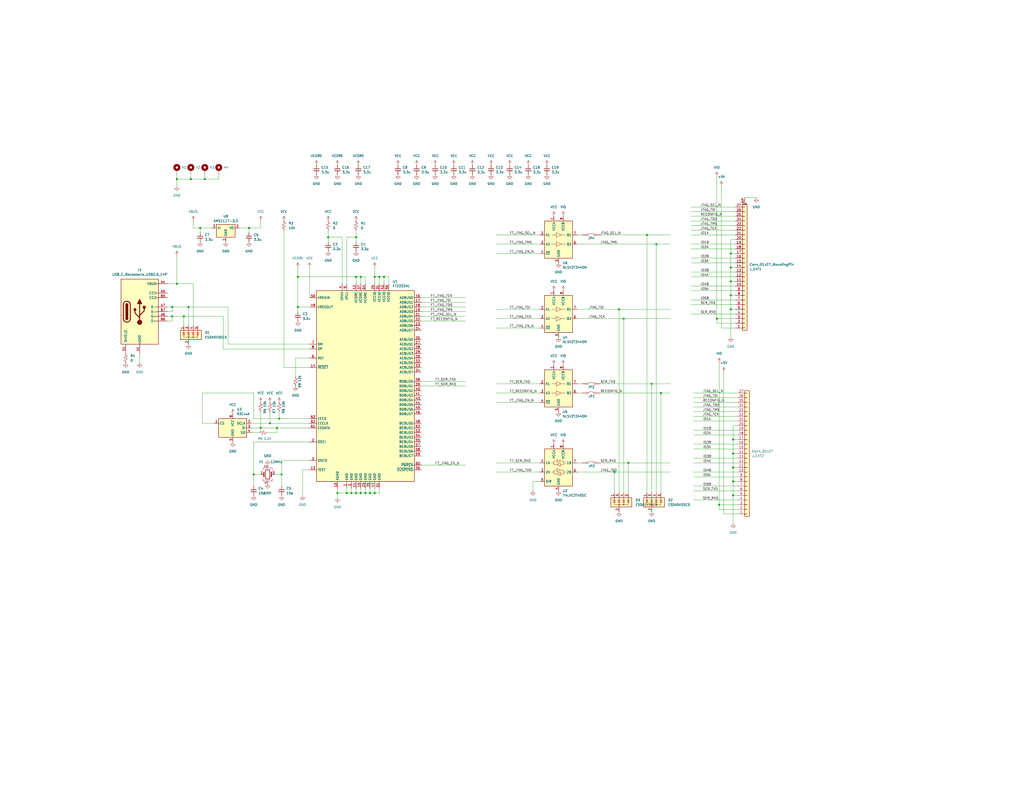
<source format=kicad_sch>
(kicad_sch (version 20231120) (generator "eeschema") (generator_version "8.0")
  (paper "C")
  (title_block (title "UNIC 40") (date "2023-11-24") (rev "1.0") (company "Modular Circuits"))
  (junction (at 194.31 269.24))
  (junction (at 391.16 173.99))
  (junction (at 196.85 151.13))
  (junction (at 189.23 269.24))
  (junction (at 400.05 247.65))
  (junction (at 204.47 269.24))
  (junction (at 355.6 209.55))
  (junction (at 93.98 172.72))
  (junction (at 194.31 151.13))
  (junction (at 153.67 259.08))
  (junction (at 398.78 146.05))
  (junction (at 96.52 97.79))
  (junction (at 138.43 259.08))
  (junction (at 111.76 97.79))
  (junction (at 360.68 214.63))
  (junction (at 93.98 167.64))
  (junction (at 179.07 129.54))
  (junction (at 152.4 228.6))
  (junction (at 400.05 255.27))
  (junction (at 162.56 167.64))
  (junction (at 340.36 173.99))
  (junction (at 109.22 124.46))
  (junction (at 142.24 233.68))
  (junction (at 398.78 168.91))
  (junction (at 102.87 167.64))
  (junction (at 151.13 233.68))
  (junction (at 335.28 257.81))
  (junction (at 104.14 97.79))
  (junction (at 400.05 262.89))
  (junction (at 96.52 154.94))
  (junction (at 194.31 129.54))
  (junction (at 398.78 153.67))
  (junction (at 337.82 168.91))
  (junction (at 162.56 151.13))
  (junction (at 342.9 252.73))
  (junction (at 184.15 269.24))
  (junction (at 204.47 151.13))
  (junction (at 392.43 275.59))
  (junction (at 398.78 161.29))
  (junction (at 398.78 138.43))
  (junction (at 191.77 269.24))
  (junction (at 400.05 270.51))
  (junction (at 135.89 124.46))
  (junction (at 358.14 133.35))
  (junction (at 207.01 151.13))
  (junction (at 353.06 128.27))
  (junction (at 199.39 269.24))
  (junction (at 201.93 269.24))
  (junction (at 209.55 151.13))
  (junction (at 100.33 172.72))
  (junction (at 400.05 240.03))
  (junction (at 147.32 231.14))
  (junction (at 196.85 269.24))
  (wire (pts (xy 377.19 158.75) (xy 401.32 158.75)))
  (wire (pts (xy 327.66 128.27) (xy 353.06 128.27)))
  (wire (pts (xy 115.57 124.46) (xy 109.22 124.46)))
  (wire (pts (xy 152.4 224.79) (xy 152.4 228.6)))
  (wire (pts (xy 184.15 269.24) (xy 189.23 269.24)))
  (wire (pts (xy 378.46 260.35) (xy 402.59 260.35)))
  (wire (pts (xy 342.9 269.24) (xy 342.9 252.73)))
  (wire (pts (xy 400.05 232.41) (xy 400.05 240.03)))
  (wire (pts (xy 137.16 236.22) (xy 140.97 236.22)))
  (wire (pts (xy 398.78 161.29) (xy 398.78 168.91)))
  (wire (pts (xy 400.05 270.51) (xy 400.05 285.75)))
  (wire (pts (xy 105.41 120.65) (xy 105.41 124.46)))
  (wire (pts (xy 377.19 125.73) (xy 401.32 125.73)))
  (wire (pts (xy 402.59 232.41) (xy 400.05 232.41)))
  (wire (pts (xy 199.39 151.13) (xy 196.85 151.13)))
  (wire (pts (xy 137.16 233.68) (xy 142.24 233.68)))
  (wire (pts (xy 194.31 125.73) (xy 194.31 129.54)))
  (wire (pts (xy 377.19 118.11) (xy 401.32 118.11)))
  (wire (pts (xy 360.68 269.24) (xy 360.68 214.63)))
  (wire (pts (xy 314.96 173.99) (xy 340.36 173.99)))
  (wire (pts (xy 353.06 128.27) (xy 365.76 128.27)))
  (wire (pts (xy 100.33 172.72) (xy 100.33 177.8)))
  (wire (pts (xy 207.01 151.13) (xy 207.01 154.94)))
  (wire (pts (xy 340.36 173.99) (xy 365.76 173.99)))
  (wire (pts (xy 196.85 269.24) (xy 196.85 266.7)))
  (wire (pts (xy 168.91 251.46) (xy 153.67 251.46)))
  (wire (pts (xy 229.87 254) (xy 254 254)))
  (wire (pts (xy 398.78 153.67) (xy 398.78 161.29)))
  (wire (pts (xy 314.96 252.73) (xy 317.5 252.73)))
  (wire (pts (xy 392.43 278.13) (xy 392.43 275.59)))
  (wire (pts (xy 130.81 124.46) (xy 135.89 124.46)))
  (wire (pts (xy 119.38 95.25) (xy 119.38 97.79)))
  (wire (pts (xy 377.19 166.37) (xy 401.32 166.37)))
  (wire (pts (xy 337.82 168.91) (xy 365.76 168.91)))
  (wire (pts (xy 377.19 171.45) (xy 401.32 171.45)))
  (wire (pts (xy 204.47 151.13) (xy 204.47 154.94)))
  (wire (pts (xy 270.51 219.71) (xy 294.64 219.71)))
  (wire (pts (xy 393.7 101.6) (xy 393.7 179.07)))
  (wire (pts (xy 105.41 154.94) (xy 96.52 154.94)))
  (wire (pts (xy 398.78 146.05) (xy 401.32 146.05)))
  (wire (pts (xy 402.59 280.67) (xy 394.97 280.67)))
  (wire (pts (xy 270.51 173.99) (xy 294.64 173.99)))
  (wire (pts (xy 91.44 154.94) (xy 96.52 154.94)))
  (wire (pts (xy 378.46 219.71) (xy 402.59 219.71)))
  (wire (pts (xy 400.05 247.65) (xy 400.05 255.27)))
  (wire (pts (xy 154.94 125.73) (xy 154.94 200.66)))
  (wire (pts (xy 152.4 228.6) (xy 138.43 228.6)))
  (wire (pts (xy 327.66 209.55) (xy 355.6 209.55)))
  (wire (pts (xy 270.51 257.81) (xy 294.64 257.81)))
  (wire (pts (xy 377.19 151.13) (xy 401.32 151.13)))
  (wire (pts (xy 168.91 241.3) (xy 138.43 241.3)))
  (wire (pts (xy 189.23 269.24) (xy 191.77 269.24)))
  (wire (pts (xy 400.05 270.51) (xy 402.59 270.51)))
  (wire (pts (xy 270.51 138.43) (xy 294.64 138.43)))
  (wire (pts (xy 138.43 259.08) (xy 142.24 259.08)))
  (wire (pts (xy 142.24 224.79) (xy 142.24 233.68)))
  (wire (pts (xy 270.51 168.91) (xy 294.64 168.91)))
  (wire (pts (xy 146.05 236.22) (xy 151.13 236.22)))
  (wire (pts (xy 161.29 195.58) (xy 168.91 195.58)))
  (wire (pts (xy 401.32 173.99) (xy 391.16 173.99)))
  (wire (pts (xy 398.78 153.67) (xy 401.32 153.67)))
  (wire (pts (xy 360.68 214.63) (xy 365.76 214.63)))
  (wire (pts (xy 104.14 95.25) (xy 104.14 97.79)))
  (wire (pts (xy 102.87 167.64) (xy 124.46 167.64)))
  (wire (pts (xy 377.19 123.19) (xy 401.32 123.19)))
  (wire (pts (xy 209.55 151.13) (xy 207.01 151.13)))
  (wire (pts (xy 199.39 269.24) (xy 199.39 266.7)))
  (wire (pts (xy 191.77 269.24) (xy 194.31 269.24)))
  (wire (pts (xy 378.46 222.25) (xy 402.59 222.25)))
  (wire (pts (xy 121.92 190.5) (xy 121.92 172.72)))
  (wire (pts (xy 207.01 269.24) (xy 207.01 266.7)))
  (wire (pts (xy 110.49 231.14) (xy 116.84 231.14)))
  (wire (pts (xy 121.92 172.72) (xy 100.33 172.72)))
  (wire (pts (xy 229.87 210.82) (xy 254 210.82)))
  (wire (pts (xy 165.1 256.54) (xy 165.1 270.51)))
  (wire (pts (xy 229.87 165.1) (xy 254 165.1)))
  (wire (pts (xy 358.14 269.24) (xy 358.14 133.35)))
  (wire (pts (xy 401.32 176.53) (xy 391.16 176.53)))
  (wire (pts (xy 400.05 255.27) (xy 400.05 262.89)))
  (wire (pts (xy 378.46 252.73) (xy 402.59 252.73)))
  (wire (pts (xy 153.67 259.08) (xy 149.86 259.08)))
  (wire (pts (xy 93.98 175.26) (xy 93.98 172.72)))
  (wire (pts (xy 142.24 233.68) (xy 151.13 233.68)))
  (wire (pts (xy 394.97 203.2) (xy 394.97 280.67)))
  (wire (pts (xy 294.64 262.89) (xy 290.83 262.89)))
  (wire (pts (xy 398.78 161.29) (xy 401.32 161.29)))
  (wire (pts (xy 96.52 97.79) (xy 96.52 95.25)))
  (wire (pts (xy 400.05 240.03) (xy 400.05 247.65)))
  (wire (pts (xy 194.31 266.7) (xy 194.31 269.24)))
  (wire (pts (xy 229.87 167.64) (xy 254 167.64)))
  (wire (pts (xy 402.59 278.13) (xy 392.43 278.13)))
  (wire (pts (xy 355.6 209.55) (xy 365.76 209.55)))
  (wire (pts (xy 162.56 151.13) (xy 194.31 151.13)))
  (wire (pts (xy 400.05 262.89) (xy 402.59 262.89)))
  (wire (pts (xy 400.05 255.27) (xy 402.59 255.27)))
  (wire (pts (xy 270.51 128.27) (xy 294.64 128.27)))
  (wire (pts (xy 162.56 167.64) (xy 162.56 170.18)))
  (wire (pts (xy 378.46 267.97) (xy 402.59 267.97)))
  (wire (pts (xy 105.41 177.8) (xy 105.41 154.94)))
  (wire (pts (xy 151.13 236.22) (xy 151.13 233.68)))
  (wire (pts (xy 270.51 214.63) (xy 294.64 214.63)))
  (wire (pts (xy 105.41 124.46) (xy 109.22 124.46)))
  (wire (pts (xy 201.93 269.24) (xy 201.93 266.7)))
  (wire (pts (xy 378.46 242.57) (xy 402.59 242.57)))
  (wire (pts (xy 378.46 245.11) (xy 402.59 245.11)))
  (wire (pts (xy 398.78 130.81) (xy 398.78 138.43)))
  (wire (pts (xy 196.85 269.24) (xy 199.39 269.24)))
  (wire (pts (xy 184.15 266.7) (xy 184.15 269.24)))
  (wire (pts (xy 327.66 214.63) (xy 360.68 214.63)))
  (wire (pts (xy 378.46 237.49) (xy 402.59 237.49)))
  (wire (pts (xy 229.87 162.56) (xy 254 162.56)))
  (wire (pts (xy 189.23 154.94) (xy 189.23 129.54)))
  (wire (pts (xy 378.46 265.43) (xy 402.59 265.43)))
  (wire (pts (xy 212.09 151.13) (xy 209.55 151.13)))
  (wire (pts (xy 212.09 154.94) (xy 212.09 151.13)))
  (wire (pts (xy 314.96 257.81) (xy 335.28 257.81)))
  (wire (pts (xy 398.78 168.91) (xy 401.32 168.91)))
  (wire (pts (xy 168.91 228.6) (xy 152.4 228.6)))
  (wire (pts (xy 153.67 251.46) (xy 153.67 259.08)))
  (wire (pts (xy 314.96 168.91) (xy 337.82 168.91)))
  (wire (pts (xy 340.36 269.24) (xy 340.36 173.99)))
  (wire (pts (xy 378.46 273.05) (xy 402.59 273.05)))
  (wire (pts (xy 377.19 148.59) (xy 401.32 148.59)))
  (wire (pts (xy 377.19 143.51) (xy 401.32 143.51)))
  (wire (pts (xy 168.91 190.5) (xy 121.92 190.5)))
  (wire (pts (xy 138.43 228.6) (xy 138.43 214.63)))
  (wire (pts (xy 270.51 209.55) (xy 294.64 209.55)))
  (wire (pts (xy 194.31 269.24) (xy 196.85 269.24)))
  (wire (pts (xy 154.94 200.66) (xy 168.91 200.66)))
  (wire (pts (xy 91.44 175.26) (xy 93.98 175.26)))
  (wire (pts (xy 196.85 151.13) (xy 194.31 151.13)))
  (wire (pts (xy 355.6 209.55) (xy 355.6 269.24)))
  (wire (pts (xy 93.98 167.64) (xy 102.87 167.64)))
  (wire (pts (xy 124.46 167.64) (xy 124.46 187.96)))
  (wire (pts (xy 96.52 139.7) (xy 96.52 154.94)))
  (wire (pts (xy 378.46 227.33) (xy 402.59 227.33)))
  (wire (pts (xy 401.32 130.81) (xy 398.78 130.81)))
  (wire (pts (xy 111.76 97.79) (xy 119.38 97.79)))
  (wire (pts (xy 138.43 265.43) (xy 138.43 259.08)))
  (wire (pts (xy 335.28 257.81) (xy 365.76 257.81)))
  (wire (pts (xy 377.19 133.35) (xy 401.32 133.35)))
  (wire (pts (xy 151.13 233.68) (xy 168.91 233.68)))
  (wire (pts (xy 186.69 154.94) (xy 186.69 129.54)))
  (wire (pts (xy 204.47 269.24) (xy 207.01 269.24)))
  (wire (pts (xy 314.96 214.63) (xy 317.5 214.63)))
  (wire (pts (xy 209.55 151.13) (xy 209.55 154.94)))
  (wire (pts (xy 229.87 175.26) (xy 254 175.26)))
  (wire (pts (xy 138.43 214.63) (xy 110.49 214.63)))
  (wire (pts (xy 270.51 252.73) (xy 294.64 252.73)))
  (wire (pts (xy 378.46 217.17) (xy 402.59 217.17)))
  (wire (pts (xy 207.01 151.13) (xy 204.47 151.13)))
  (wire (pts (xy 378.46 250.19) (xy 402.59 250.19)))
  (wire (pts (xy 400.05 247.65) (xy 402.59 247.65)))
  (wire (pts (xy 161.29 205.74) (xy 161.29 195.58)))
  (wire (pts (xy 109.22 124.46) (xy 109.22 127)))
  (wire (pts (xy 135.89 124.46) (xy 135.89 127)))
  (wire (pts (xy 335.28 269.24) (xy 335.28 257.81)))
  (wire (pts (xy 342.9 252.73) (xy 365.76 252.73)))
  (wire (pts (xy 168.91 256.54) (xy 165.1 256.54)))
  (wire (pts (xy 398.78 168.91) (xy 398.78 184.15)))
  (wire (pts (xy 337.82 269.24) (xy 337.82 168.91)))
  (wire (pts (xy 229.87 170.18) (xy 254 170.18)))
  (wire (pts (xy 93.98 172.72) (xy 100.33 172.72)))
  (wire (pts (xy 142.24 120.65) (xy 142.24 124.46)))
  (wire (pts (xy 110.49 214.63) (xy 110.49 231.14)))
  (wire (pts (xy 314.96 128.27) (xy 317.5 128.27)))
  (wire (pts (xy 378.46 234.95) (xy 402.59 234.95)))
  (wire (pts (xy 184.15 269.24) (xy 184.15 271.78)))
  (wire (pts (xy 391.16 96.52) (xy 391.16 173.99)))
  (wire (pts (xy 378.46 214.63) (xy 402.59 214.63)))
  (wire (pts (xy 314.96 133.35) (xy 358.14 133.35)))
  (wire (pts (xy 168.91 167.64) (xy 162.56 167.64)))
  (wire (pts (xy 353.06 128.27) (xy 353.06 269.24)))
  (wire (pts (xy 162.56 146.05) (xy 162.56 151.13)))
  (wire (pts (xy 377.19 135.89) (xy 401.32 135.89)))
  (wire (pts (xy 378.46 224.79) (xy 402.59 224.79)))
  (wire (pts (xy 199.39 269.24) (xy 201.93 269.24)))
  (wire (pts (xy 93.98 170.18) (xy 93.98 167.64)))
  (wire (pts (xy 401.32 179.07) (xy 393.7 179.07)))
  (wire (pts (xy 194.31 151.13) (xy 194.31 154.94)))
  (wire (pts (xy 91.44 170.18) (xy 93.98 170.18)))
  (wire (pts (xy 111.76 95.25) (xy 111.76 97.79)))
  (wire (pts (xy 196.85 151.13) (xy 196.85 154.94)))
  (wire (pts (xy 137.16 231.14) (xy 147.32 231.14)))
  (wire (pts (xy 142.24 124.46) (xy 135.89 124.46)))
  (wire (pts (xy 229.87 208.28) (xy 254 208.28)))
  (wire (pts (xy 392.43 198.12) (xy 392.43 275.59)))
  (wire (pts (xy 270.51 179.07) (xy 294.64 179.07)))
  (wire (pts (xy 104.14 97.79) (xy 111.76 97.79)))
  (wire (pts (xy 124.46 187.96) (xy 168.91 187.96)))
  (wire (pts (xy 204.47 146.05) (xy 204.47 151.13)))
  (wire (pts (xy 199.39 154.94) (xy 199.39 151.13)))
  (wire (pts (xy 377.19 113.03) (xy 401.32 113.03)))
  (wire (pts (xy 398.78 146.05) (xy 398.78 153.67)))
  (wire (pts (xy 377.19 115.57) (xy 401.32 115.57)))
  (wire (pts (xy 179.07 129.54) (xy 179.07 132.08)))
  (wire (pts (xy 204.47 269.24) (xy 204.47 266.7)))
  (wire (pts (xy 76.2 198.12) (xy 76.2 193.04)))
  (wire (pts (xy 377.19 140.97) (xy 401.32 140.97)))
  (wire (pts (xy 186.69 129.54) (xy 179.07 129.54)))
  (wire (pts (xy 147.32 231.14) (xy 168.91 231.14)))
  (wire (pts (xy 290.83 262.89) (xy 290.83 267.97)))
  (wire (pts (xy 102.87 167.64) (xy 102.87 177.8)))
  (wire (pts (xy 398.78 138.43) (xy 401.32 138.43)))
  (wire (pts (xy 168.91 146.05) (xy 168.91 162.56)))
  (wire (pts (xy 138.43 241.3) (xy 138.43 259.08)))
  (wire (pts (xy 377.19 156.21) (xy 401.32 156.21)))
  (wire (pts (xy 358.14 133.35) (xy 365.76 133.35)))
  (wire (pts (xy 91.44 167.64) (xy 93.98 167.64)))
  (wire (pts (xy 96.52 97.79) (xy 104.14 97.79)))
  (wire (pts (xy 96.52 97.79) (xy 96.52 101.6)))
  (wire (pts (xy 377.19 120.65) (xy 401.32 120.65)))
  (wire (pts (xy 179.07 125.73) (xy 179.07 129.54)))
  (wire (pts (xy 147.32 224.79) (xy 147.32 231.14)))
  (wire (pts (xy 314.96 209.55) (xy 317.5 209.55)))
  (wire (pts (xy 327.66 252.73) (xy 342.9 252.73)))
  (wire (pts (xy 93.98 172.72) (xy 91.44 172.72)))
  (wire (pts (xy 189.23 129.54) (xy 194.31 129.54)))
  (wire (pts (xy 377.19 128.27) (xy 401.32 128.27)))
  (wire (pts (xy 201.93 269.24) (xy 204.47 269.24)))
  (wire (pts (xy 378.46 257.81) (xy 402.59 257.81)))
  (wire (pts (xy 391.16 176.53) (xy 391.16 173.99)))
  (wire (pts (xy 153.67 265.43) (xy 153.67 259.08)))
  (wire (pts (xy 402.59 275.59) (xy 392.43 275.59)))
  (wire (pts (xy 400.05 240.03) (xy 402.59 240.03)))
  (wire (pts (xy 191.77 269.24) (xy 191.77 266.7)))
  (wire (pts (xy 378.46 229.87) (xy 402.59 229.87)))
  (wire (pts (xy 406.4 107.95) (xy 412.75 107.95)))
  (wire (pts (xy 400.05 262.89) (xy 400.05 270.51)))
  (wire (pts (xy 189.23 266.7) (xy 189.23 269.24)))
  (wire (pts (xy 377.19 163.83) (xy 401.32 163.83)))
  (wire (pts (xy 270.51 133.35) (xy 294.64 133.35)))
  (wire (pts (xy 229.87 172.72) (xy 254 172.72)))
  (wire (pts (xy 162.56 167.64) (xy 162.56 151.13)))
  (wire (pts (xy 194.31 129.54) (xy 194.31 132.08)))
  (wire (pts (xy 398.78 138.43) (xy 398.78 146.05)))
  (label "IO5B" (at 382.27 163.83 0))
  (label "JTAG_SEL_N" (at 327.66 128.27 0))
  (label "IO2A" (at 383.54 237.49 0))
  (label "IO5A" (at 383.54 260.35 0))
  (label "JTAG_TCK" (at 382.27 125.73 0))
  (label "JTAG_TDI" (at 321.31 168.91 0))
  (label "IO2B" (at 382.27 140.97 0))
  (label "JTAG_TDI" (at 383.54 217.17 0))
  (label "SER_TXD" (at 382.27 166.37 0))
  (label "JTAG_TMS" (at 327.66 133.35 0))
  (label "FT_JTAG_TDO" (at 278.13 257.81 0))
  (label "JTAG_TCK" (at 321.31 173.99 0))
  (label "RECONFIG_N" (at 327.66 214.63 0))
  (label "IO1B" (at 383.54 234.95 0))
  (label "FT_JTAG_TDO" (at 234.95 167.64 0))
  (label "IO1A" (at 383.54 229.87 0))
  (label "FT_SER_RXD" (at 278.13 252.73 0))
  (label "FT_JTAG_TMS" (at 234.95 170.18 0))
  (label "FT_SER_TXD" (at 278.13 209.55 0))
  (label "JTAG_TMS" (at 382.27 123.19 0))
  (label "IO3B" (at 383.54 250.19 0))
  (label "JTAG_TDO" (at 383.54 222.25 0))
  (label "IO3A" (at 383.54 245.11 0))
  (label "FT_JTAG_SEL_N" (at 278.13 128.27 0))
  (label "SER_RXD" (at 382.27 171.45 0))
  (label "FT_JTAG_TCK" (at 234.95 162.56 0))
  (label "SER_TXD" (at 383.54 267.97 0))
  (label "RECONFIG_N" (at 383.54 219.71 0))
  (label "FT_JTAG_EN_N" (at 278.13 219.71 0))
  (label "FT_JTAG_EN_N" (at 237.49 254 0))
  (label "FT_SER_TXD" (at 237.49 208.28 0))
  (label "IO5B" (at 383.54 265.43 0))
  (label "JTAG_SEL_N" (at 382.27 113.03 0))
  (label "FT_RECONFIG_N" (at 278.13 214.63 0))
  (label "IO4A" (at 382.27 151.13 0))
  (label "JTAG_TDO" (at 327.66 257.81 0))
  (label "FT_JTAG_TMS" (at 278.13 133.35 0))
  (label "IO4B" (at 382.27 156.21 0))
  (label "SER_TXD" (at 327.66 209.55 0))
  (label "IO2B" (at 383.54 242.57 0))
  (label "SER_RXD" (at 327.66 252.73 0))
  (label "IO3A" (at 382.27 143.51 0))
  (label "IO4B" (at 383.54 257.81 0))
  (label "FT_SER_RXD" (at 237.49 210.82 0))
  (label "FT_RECONFIG_N" (at 234.95 175.26 0))
  (label "JTAG_TMS" (at 383.54 224.79 0))
  (label "JTAG_SEL_N" (at 383.54 214.63 0))
  (label "IO3B" (at 382.27 148.59 0))
  (label "JTAG_TCK" (at 383.54 227.33 0))
  (label "FT_JTAG_TDI" (at 278.13 168.91 0))
  (label "IO4A" (at 383.54 252.73 0))
  (label "IO5A" (at 382.27 158.75 0))
  (label "FT_JTAG_EN_N" (at 278.13 138.43 0))
  (label "FT_JTAG_SEL_N" (at 234.95 172.72 0))
  (label "FT_JTAG_TDI" (at 234.95 165.1 0))
  (label "RECONFIG_N" (at 382.27 118.11 0))
  (label "FT_JTAG_TCK" (at 278.13 173.99 0))
  (label "JTAG_TDO" (at 382.27 120.65 0))
  (label "SER_RXD" (at 383.54 273.05 0))
  (label "IO2A" (at 382.27 135.89 0))
  (label "JTAG_TDI" (at 382.27 115.57 0))
  (label "IO1B" (at 382.27 133.35 0))
  (label "IO1A" (at 382.27 128.27 0))
  (label "FT_JTAG_EN_N" (at 278.13 179.07 0))
  (symbol (lib_id "Device:C_Small") (at 298.45 92.71 0) (unit 1)
    (property "Reference" "C19" (at 300.99 91.4462 0) (effects (justify left)))
    (property "Value" "3.3u" (at 300.99 93.9862 0) (effects (justify left)))
    (property "Footprint" "Capacitor_SMD:C_0603_1608Metric_Pad1.08x0.95mm_HandSolder" (effects (hide yes)))
    (property "Description" "Unpolarized capacitor, small symbol" (effects (hide yes)))
  )
  (symbol (lib_id "Power_Protection:ESDA5V3SC5") (at 102.87 182.88 0) (unit 1)
    (property "Reference" "D1" (at 111.76 181.6099 0) (effects (justify left)))
    (property "Value" "ESDA5V3SC5" (at 111.76 184.1499 0) (effects (justify left)))
    (property "Footprint" "Package_TO_SOT_SMD:SOT-23-5" (effects (hide yes)))
    (property "Datasheet" "https://www.st.com/resource/en/datasheet/esda5v3sc6.pdf" (effects (hide yes)))
    (property "Description" "Quad TVS Diode Array, 5.3V Standoff, 4 Channels, 400W, ±30kV, SOT-23-5" (effects (hide yes)))
  )
  (symbol (lib_name "GND_1") (lib_id "power:GND") (at 194.31 137.16 0) (unit 1)
    (property "Reference" "#PWR08" (effects (hide yes)))
    (property "Value" "GND" (at 194.31 142.24 0))
    (property "Description" "Power symbol creates a global label with name \"GND\" , ground" (effects (hide yes)))
  )
  (symbol (lib_id "Power_Protection:ESDA5V3SC5") (at 337.82 274.32 0) (unit 1)
    (property "Reference" "D3" (at 346.71 273.0499 0) (effects (justify left)))
    (property "Value" "ESDA5V3SC5" (at 346.71 275.5899 0) (effects (justify left)))
    (property "Footprint" "Package_TO_SOT_SMD:SOT-23-5" (effects (hide yes)))
    (property "Datasheet" "https://www.st.com/resource/en/datasheet/esda5v3sc6.pdf" (effects (hide yes)))
    (property "Description" "Quad TVS Diode Array, 5.3V Standoff, 4 Channels, 400W, ±30kV, SOT-23-5" (effects (hide yes)))
  )
  (symbol (lib_id "power:VCC") (at 142.24 120.65 0) (unit 1)
    (property "Reference" "#PWR041" (effects (hide yes)))
    (property "Value" "VCC" (at 142.24 115.57 0))
    (property "Description" "Power symbol creates a global label with name \"VCC\"" (effects (hide yes)))
  )
  (symbol (lib_id "power:VCC") (at 127 226.06 0) (unit 1)
    (property "Reference" "#PWR073" (effects (hide yes)))
    (property "Value" "VCC" (at 127 220.98 0))
    (property "Description" "Power symbol creates a global label with name \"VCC\"" (effects (hide yes)))
  )
  (symbol (lib_id "Device:Crystal_GND24") (at 146.05 259.08 0) (unit 1)
    (property "Reference" "Y1" (at 142.494 252.222 0))
    (property "Value" "12MHz" (at 150.876 252.222 0))
    (property "Footprint" "UNIC:Oscillator_SMD_Abracon_ASE-4Pin_3.2x2.5mm" (effects (hide yes)))
    (property "Datasheet" "https://www.raltron.com/webproducts/specs/CRYSTAL/RH100-13.560-10-1020-EXT-TR.pdf" (effects (hide yes)))
    (property "Description" "Four pin crystal, GND on pins 2 and 4" (effects (hide yes)))
    (property "mpn" "RH100-13.560-10-1020-EXT-TR" (effects (hide yes)))
  )
  (symbol (lib_id "Device:R_Small_US") (at 147.32 222.25 0) (unit 1)
    (property "Reference" "R7" (at 149.606 225.806 90) (effects (justify left)))
    (property "Value" "10k" (at 149.606 222.504 90) (effects (justify left)))
    (property "Footprint" "Resistor_SMD:R_0603_1608Metric_Pad0.98x0.95mm_HandSolder" (effects (hide yes)))
    (property "Description" "Resistor, small US symbol" (effects (hide yes)))
  )
  (symbol (lib_id "power:VCC") (at 307.34 242.57 0) (unit 1)
    (property "Reference" "#PWR027" (effects (hide yes)))
    (property "Value" "VIO" (at 307.34 237.49 0))
    (property "Description" "Power symbol creates a global label with name \"VCC\"" (effects (hide yes)))
  )
  (symbol (lib_id "Jumper:Jumper_2_Bridged") (at 322.58 214.63 0) (unit 1) (exclude_from_sim yes)
    (property "Reference" "JP1" (at 322.834 216.408 0))
    (property "Value" "Jumper_2_Bridged" (effects (hide yes)))
    (property "Footprint" "Connector_PinHeader_2.54mm:PinHeader_1x02_P2.54mm_Vertical" (effects (hide yes)))
    (property "Description" "Jumper, 2-pole, closed/bridged" (effects (hide yes)))
  )
  (symbol (lib_id "power:GND") (at 146.05 254 180) (unit 1)
    (property "Reference" "#PWR076" (effects (hide yes)))
    (property "Value" "GND" (at 146.05 248.92 0))
  )
  (symbol (lib_id "power:VCC") (at 307.34 199.39 0) (unit 1)
    (property "Reference" "#PWR033" (effects (hide yes)))
    (property "Value" "VIO" (at 307.34 194.31 0))
    (property "Description" "Power symbol creates a global label with name \"VCC\"" (effects (hide yes)))
  )
  (symbol (lib_id "Logic_LevelTranslator:74LVC2T45DC") (at 304.8 255.27 0) (unit 1)
    (property "Reference" "U2" (at 306.9941 267.97 0) (effects (justify left)))
    (property "Value" "74LVC2T45DC" (at 306.9941 270.51 0) (effects (justify left)))
    (property "Footprint" "Package_SO:VSSOP-8_2.3x2mm_P0.5mm" (effects (hide yes)))
    (property "Datasheet" "https://assets.nexperia.com/documents/data-sheet/74LVC_LVCH2T45.pdf" (effects (hide yes)))
    (property "Description" "Dual supply translating transceiver, 3-state, 2-bit, VSSOP-8" (effects (hide yes)))
  )
  (symbol (lib_id "Interface_USB:FT2232HL") (at 199.39 210.82 0) (unit 1)
    (property "Reference" "U1" (at 214.2841 153.67 0) (effects (justify left)))
    (property "Value" "FT2232HL" (at 214.2841 156.21 0) (effects (justify left)))
    (property "Footprint" "Package_QFP:LQFP-64_10x10mm_P0.5mm" (effects (hide yes)))
    (property "Datasheet" "https://www.ftdichip.com/Support/Documents/DataSheets/ICs/DS_FT2232H.pdf" (effects (hide yes)))
    (property "Description" "Hi Speed Double Channel USB UART/FIFO, LQFP-64" (effects (hide yes)))
  )
  (symbol (lib_id "Device:C_Small") (at 278.13 92.71 0) (unit 1)
    (property "Reference" "C14" (at 280.67 91.4462 0) (effects (justify left)))
    (property "Value" "3.3u" (at 280.67 93.9862 0) (effects (justify left)))
    (property "Footprint" "Capacitor_SMD:C_0603_1608Metric_Pad1.08x0.95mm_HandSolder" (effects (hide yes)))
    (property "Description" "Unpolarized capacitor, small symbol" (effects (hide yes)))
  )
  (symbol (lib_id "power:VBUS") (at 105.41 120.65 0) (unit 1)
    (property "Reference" "#PWR042" (effects (hide yes)))
    (property "Value" "VBUS" (at 105.41 115.57 0))
    (property "Description" "Power symbol creates a global label with name \"VBUS\"" (effects (hide yes)))
  )
  (symbol (lib_name "GND_1") (lib_id "power:GND") (at 247.65 95.25 0) (unit 1)
    (property "Reference" "#PWR053" (effects (hide yes)))
    (property "Value" "GND" (at 247.65 100.33 0))
    (property "Description" "Power symbol creates a global label with name \"GND\" , ground" (effects (hide yes)))
  )
  (symbol (lib_id "power:VCC") (at 302.26 158.75 0) (unit 1)
    (property "Reference" "#PWR028" (effects (hide yes)))
    (property "Value" "VCC" (at 302.26 153.67 0))
    (property "Description" "Power symbol creates a global label with name \"VCC\"" (effects (hide yes)))
  )
  (symbol (lib_id "power:GND") (at 184.15 271.78 0) (unit 1)
    (property "Reference" "#PWR023" (effects (hide yes)))
    (property "Value" "GND" (at 184.15 276.86 0))
  )
  (symbol (lib_id "power:VCC") (at 307.34 118.11 0) (unit 1)
    (property "Reference" "#PWR037" (effects (hide yes)))
    (property "Value" "VIO" (at 307.34 113.03 0))
    (property "Description" "Power symbol creates a global label with name \"VCC\"" (effects (hide yes)))
  )
  (symbol (lib_id "power:VCC") (at 195.58 90.17 0) (unit 1)
    (property "Reference" "#PWR065" (effects (hide yes)))
    (property "Value" "VCORE" (at 195.58 85.09 0))
    (property "Description" "Power symbol creates a global label with name \"VCC\"" (effects (hide yes)))
  )
  (symbol (lib_id "Connector_Generic_MountingPin:Conn_01x27_MountingPin") (at 406.4 146.05 0) (mirror x) (unit 1)
    (property "Reference" "J_EXT1" (at 408.94 146.9645 0) (effects (justify left)))
    (property "Value" "Conn_01x27_MountingPin" (at 408.94 144.4245 0) (effects (justify left)))
    (property "Footprint" "UNIC:Molex_502598-2793_2Rows-23P~0.60mm_Horizontal" (effects (hide yes)))
    (property "Datasheet" "https://www.molex.com/content/dam/molex/molex-dot-com/products/automated/en-us/salesdrawingpdf/502/502598/5025982793_sd.pdf?inline" (effects (hide yes)))
    (property "mpn" "502598-2793" (effects (hide yes)))
    (property "manufacturer" "Molex" (effects (hide yes)))
  )
  (symbol (lib_id "Connector_Generic:Conn_01x27") (at 407.67 247.65 0) (mirror x) (unit 1)
    (property "Reference" "J_EXT2" (at 410.21 248.92 0) (effects (justify left)))
    (property "Value" "Conn_01x27" (at 410.21 246.38 0) (effects (justify left)))
    (property "Footprint" "Connector_PinHeader_2.54mm:PinHeader_2x14_P2.54mm_Vertical" (effects (hide yes)))
    (property "manf#" "PRPC014DAAN-RC" (effects (hide yes)))
  )
  (symbol (lib_id "Device:C_Small") (at 179.07 134.62 0) (unit 1)
    (property "Reference" "C2" (at 181.61 133.3562 0) (effects (justify left)))
    (property "Value" "3.3u" (at 181.61 135.8962 0) (effects (justify left)))
    (property "Footprint" "Capacitor_SMD:C_0603_1608Metric_Pad1.08x0.95mm_HandSolder" (effects (hide yes)))
    (property "Description" "Unpolarized capacitor, small symbol" (effects (hide yes)))
  )
  (symbol (lib_id "Device:R_Small_US") (at 143.51 236.22 90) (unit 1)
    (property "Reference" "R5" (at 141.986 239.522 90))
    (property "Value" "2.2k" (at 146.05 239.522 90))
    (property "Footprint" "Resistor_SMD:R_0603_1608Metric_Pad0.98x0.95mm_HandSolder" (effects (hide yes)))
    (property "Description" "Resistor, small US symbol" (effects (hide yes)))
  )
  (symbol (lib_id "power:VCC") (at 267.97 90.17 0) (unit 1)
    (property "Reference" "#PWR056" (effects (hide yes)))
    (property "Value" "VCC" (at 267.97 85.09 0))
    (property "Description" "Power symbol creates a global label with name \"VCC\"" (effects (hide yes)))
  )
  (symbol (lib_id "Device:C_Small") (at 217.17 92.71 0) (unit 1)
    (property "Reference" "C8" (at 219.71 91.4462 0) (effects (justify left)))
    (property "Value" "3.3u" (at 219.71 93.9862 0) (effects (justify left)))
    (property "Footprint" "Capacitor_SMD:C_0603_1608Metric_Pad1.08x0.95mm_HandSolder" (effects (hide yes)))
    (property "Description" "Unpolarized capacitor, small symbol" (effects (hide yes)))
  )
  (symbol (lib_name "GND_1") (lib_id "power:GND") (at 76.2 198.12 0) (unit 1)
    (property "Reference" "#PWR013" (effects (hide yes)))
    (property "Value" "GND" (at 76.2 203.2 0))
    (property "Description" "Power symbol creates a global label with name \"GND\" , ground" (effects (hide yes)))
  )
  (symbol (lib_id "Jumper:Jumper_2_Bridged") (at 322.58 128.27 0) (unit 1) (exclude_from_sim yes)
    (property "Reference" "JP4" (at 322.58 130.048 0))
    (property "Value" "Jumper_2_Bridged" (effects (hide yes)))
    (property "Footprint" "Connector_PinHeader_2.54mm:PinHeader_1x02_P2.54mm_Vertical" (effects (hide yes)))
    (property "Description" "Jumper, 2-pole, closed/bridged" (effects (hide yes)))
  )
  (symbol (lib_name "GND_1") (lib_id "power:GND") (at 267.97 95.25 0) (unit 1)
    (property "Reference" "#PWR057" (effects (hide yes)))
    (property "Value" "GND" (at 267.97 100.33 0))
    (property "Description" "Power symbol creates a global label with name \"GND\" , ground" (effects (hide yes)))
  )
  (symbol (lib_name "GND_1") (lib_id "power:GND") (at 179.07 137.16 0) (unit 1)
    (property "Reference" "#PWR07" (effects (hide yes)))
    (property "Value" "GND" (at 179.07 142.24 0))
    (property "Description" "Power symbol creates a global label with name \"GND\" , ground" (effects (hide yes)))
  )
  (symbol (lib_id "power:VBUS") (at 96.52 139.7 0) (unit 1)
    (property "Reference" "#PWR012" (effects (hide yes)))
    (property "Value" "VBUS" (at 96.52 134.62 0))
    (property "Description" "Power symbol creates a global label with name \"VBUS\"" (effects (hide yes)))
  )
  (symbol (lib_id "Logic_LevelTranslator:NLSV2T244DM") (at 304.8 171.45 0) (unit 1)
    (property "Reference" "U4" (at 306.9941 184.15 0) (effects (justify left)))
    (property "Value" "NLSV2T244DM" (at 306.9941 186.69 0) (effects (justify left)))
    (property "Footprint" "Package_SO:MSOP-8_3x3mm_P0.65mm" (effects (hide yes)))
    (property "Datasheet" "http://www.onsemi.com/pub/Collateral/NLSV2T244-D.PDF" (effects (hide yes)))
    (property "Description" "Dual-Bit Dual-Supply Non-Inverting Level Translator, Output Enable, MSOP-8" (effects (hide yes)))
  )
  (symbol (lib_name "GND_1") (lib_id "power:GND") (at 162.56 175.26 0) (unit 1)
    (property "Reference" "#PWR019" (effects (hide yes)))
    (property "Value" "GND" (at 162.56 180.34 0))
    (property "Description" "Power symbol creates a global label with name \"GND\" , ground" (effects (hide yes)))
  )
  (symbol (lib_name "GND_1") (lib_id "power:GND") (at 227.33 95.25 0) (unit 1)
    (property "Reference" "#PWR049" (effects (hide yes)))
    (property "Value" "GND" (at 227.33 100.33 0))
    (property "Description" "Power symbol creates a global label with name \"GND\" , ground" (effects (hide yes)))
  )
  (symbol (lib_id "Device:C_Small") (at 247.65 92.71 0) (unit 1)
    (property "Reference" "C11" (at 250.19 91.4462 0) (effects (justify left)))
    (property "Value" "3.3u" (at 250.19 93.9862 0) (effects (justify left)))
    (property "Footprint" "Capacitor_SMD:C_0603_1608Metric_Pad1.08x0.95mm_HandSolder" (effects (hide yes)))
    (property "Description" "Unpolarized capacitor, small symbol" (effects (hide yes)))
  )
  (symbol (lib_name "GND_1") (lib_id "power:GND") (at 304.8 224.79 0) (unit 1)
    (property "Reference" "#PWR032" (effects (hide yes)))
    (property "Value" "GND" (at 304.8 229.87 0))
    (property "Description" "Power symbol creates a global label with name \"GND\" , ground" (effects (hide yes)))
  )
  (symbol (lib_id "Regulator_Linear:AMS1117-3.3") (at 123.19 124.46 0) (unit 1)
    (property "Reference" "U8" (at 123.19 118.11 0))
    (property "Value" "AMS1117-3.3" (at 123.19 120.65 0))
    (property "Footprint" "Package_TO_SOT_SMD:SOT-223-3_TabPin2" (effects (hide yes)))
    (property "Datasheet" "http://www.advanced-monolithic.com/pdf/ds1117.pdf" (effects (hide yes)))
    (property "Description" "1A Low Dropout regulator, positive, 3.3V fixed output, SOT-223" (effects (hide yes)))
  )
  (symbol (lib_name "GND_1") (lib_id "power:GND") (at 298.45 95.25 0) (unit 1)
    (property "Reference" "#PWR070" (effects (hide yes)))
    (property "Value" "GND" (at 298.45 100.33 0))
    (property "Description" "Power symbol creates a global label with name \"GND\" , ground" (effects (hide yes)))
  )
  (symbol (lib_id "Connector:USB_C_Receptacle_USB2.0_14P") (at 76.2 170.18 0) (unit 1)
    (property "Reference" "J1" (at 76.2 147.32 0))
    (property "Value" "USB_C_Receptacle_USB2.0_14P" (at 76.2 149.86 0))
    (property "Footprint" "Connector_USB:USB_C_Receptacle_HRO_TYPE-C-31-M-12" (effects (hide yes)))
    (property "Datasheet" "https://www.usb.org/sites/default/files/documents/usb_type-c.zip" (effects (hide yes)))
    (property "Description" "USB 2.0-only 14P Type-C Receptacle connector" (effects (hide yes)))
  )
  (symbol (lib_id "Device:C_Small") (at 184.15 92.71 0) (unit 1)
    (property "Reference" "C16" (at 186.69 91.4462 0) (effects (justify left)))
    (property "Value" "3.3u" (at 186.69 93.9862 0) (effects (justify left)))
    (property "Footprint" "Capacitor_SMD:C_0603_1608Metric_Pad1.08x0.95mm_HandSolder" (effects (hide yes)))
    (property "Description" "Unpolarized capacitor, small symbol" (effects (hide yes)))
  )
  (symbol (lib_id "power:VCC") (at 204.47 146.05 0) (unit 1)
    (property "Reference" "#PWR05" (effects (hide yes)))
    (property "Value" "VCC" (at 204.47 140.97 0))
    (property "Description" "Power symbol creates a global label with name \"VCC\"" (effects (hide yes)))
  )
  (symbol (lib_name "GND_1") (lib_id "power:GND") (at 304.8 143.51 0) (unit 1)
    (property "Reference" "#PWR036" (effects (hide yes)))
    (property "Value" "GND" (at 304.8 148.59 0))
    (property "Description" "Power symbol creates a global label with name \"GND\" , ground" (effects (hide yes)))
  )
  (symbol (lib_name "GND_1") (lib_id "power:GND") (at 195.58 95.25 0) (unit 1)
    (property "Reference" "#PWR066" (effects (hide yes)))
    (property "Value" "GND" (at 195.58 100.33 0))
    (property "Description" "Power symbol creates a global label with name \"GND\" , ground" (effects (hide yes)))
  )
  (symbol (lib_id "power:VCC") (at 307.34 158.75 0) (unit 1)
    (property "Reference" "#PWR030" (effects (hide yes)))
    (property "Value" "VIO" (at 307.34 153.67 0))
    (property "Description" "Power symbol creates a global label with name \"VCC\"" (effects (hide yes)))
  )
  (symbol (lib_id "Device:R_Small_US") (at 161.29 208.28 0) (unit 1)
    (property "Reference" "R9" (at 163.576 211.836 90) (effects (justify left)))
    (property "Value" "12k" (at 163.576 208.534 90) (effects (justify left)))
    (property "Footprint" "Resistor_SMD:R_0603_1608Metric_Pad0.98x0.95mm_HandSolder" (effects (hide yes)))
    (property "Description" "Resistor, small US symbol" (effects (hide yes)))
  )
  (symbol (lib_name "GND_1") (lib_id "power:GND") (at 123.19 132.08 0) (unit 1)
    (property "Reference" "#PWR040" (effects (hide yes)))
    (property "Value" "GND" (at 123.19 137.16 0))
    (property "Description" "Power symbol creates a global label with name \"GND\" , ground" (effects (hide yes)))
  )
  (symbol (lib_name "GND_1") (lib_id "power:GND") (at 355.6 279.4 0) (unit 1)
    (property "Reference" "#PWR071" (effects (hide yes)))
    (property "Value" "GND" (at 355.6 284.48 0))
    (property "Description" "Power symbol creates a global label with name \"GND\" , ground" (effects (hide yes)))
  )
  (symbol (lib_id "power:VCC") (at 302.26 242.57 0) (unit 1)
    (property "Reference" "#PWR025" (effects (hide yes)))
    (property "Value" "VCC" (at 302.26 237.49 0))
    (property "Description" "Power symbol creates a global label with name \"VCC\"" (effects (hide yes)))
  )
  (symbol (lib_id "Device:C_Small") (at 267.97 92.71 0) (unit 1)
    (property "Reference" "C13" (at 270.51 91.4462 0) (effects (justify left)))
    (property "Value" "3.3u" (at 270.51 93.9862 0) (effects (justify left)))
    (property "Footprint" "Capacitor_SMD:C_0603_1608Metric_Pad1.08x0.95mm_HandSolder" (effects (hide yes)))
    (property "Description" "Unpolarized capacitor, small symbol" (effects (hide yes)))
  )
  (symbol (lib_id "power:GND") (at 138.43 270.51 0) (unit 1)
    (property "Reference" "#PWR020" (effects (hide yes)))
    (property "Value" "GND" (at 138.43 275.59 0))
  )
  (symbol (lib_id "Mechanical:MountingHole_Pad") (at 104.14 92.71 0) (unit 1) (exclude_from_sim yes) (in_bom no)
    (property "Reference" "H2" (at 106.68 91.4399 0) (effects (justify left)))
    (property "Value" "MountingHole" (effects (hide yes)))
    (property "Footprint" "MountingHole:MountingHole_3.2mm_M3_DIN965_Pad" (effects (hide yes)))
    (property "Description" "Mounting Hole with connection" (effects (hide yes)))
  )
  (symbol (lib_id "power:VCC") (at 302.26 118.11 0) (unit 1)
    (property "Reference" "#PWR035" (effects (hide yes)))
    (property "Value" "VCC" (at 302.26 113.03 0))
    (property "Description" "Power symbol creates a global label with name \"VCC\"" (effects (hide yes)))
  )
  (symbol (lib_id "Device:C_Small") (at 194.31 134.62 0) (unit 1)
    (property "Reference" "C1" (at 196.85 133.3562 0) (effects (justify left)))
    (property "Value" "3.3u" (at 196.85 135.8962 0) (effects (justify left)))
    (property "Footprint" "Capacitor_SMD:C_0603_1608Metric_Pad1.08x0.95mm_HandSolder" (effects (hide yes)))
    (property "Description" "Unpolarized capacitor, small symbol" (effects (hide yes)))
  )
  (symbol (lib_id "power:GND") (at 412.75 107.95 0) (unit 1)
    (property "Reference" "#PWR04" (effects (hide yes)))
    (property "Value" "GND" (at 412.75 113.03 0))
  )
  (symbol (lib_id "power:VCC") (at 154.94 120.65 0) (unit 1)
    (property "Reference" "#PWR011" (effects (hide yes)))
    (property "Value" "VCC" (at 154.94 115.57 0))
    (property "Description" "Power symbol creates a global label with name \"VCC\"" (effects (hide yes)))
  )
  (symbol (lib_name "GND_1") (lib_id "power:GND") (at 217.17 95.25 0) (unit 1)
    (property "Reference" "#PWR046" (effects (hide yes)))
    (property "Value" "GND" (at 217.17 100.33 0))
    (property "Description" "Power symbol creates a global label with name \"GND\" , ground" (effects (hide yes)))
  )
  (symbol (lib_id "power:GND") (at 400.05 285.75 0) (unit 1)
    (property "Reference" "#PWR045" (effects (hide yes)))
    (property "Value" "GND" (at 400.05 290.83 0))
  )
  (symbol (lib_id "power:VCC") (at 247.65 90.17 0) (unit 1)
    (property "Reference" "#PWR052" (effects (hide yes)))
    (property "Value" "VCC" (at 247.65 85.09 0))
    (property "Description" "Power symbol creates a global label with name \"VCC\"" (effects (hide yes)))
  )
  (symbol (lib_id "Mechanical:MountingHole_Pad") (at 119.38 92.71 0) (unit 1) (exclude_from_sim yes) (in_bom no)
    (property "Reference" "H4" (at 121.92 91.4399 0) (effects (justify left)))
    (property "Value" "MountingHole" (effects (hide yes)))
    (property "Footprint" "MountingHole:MountingHole_3.2mm_M3_DIN965_Pad" (effects (hide yes)))
    (property "Description" "Mounting Hole with connection" (effects (hide yes)))
  )
  (symbol (lib_id "power:VCC") (at 194.31 120.65 0) (unit 1)
    (property "Reference" "#PWR09" (effects (hide yes)))
    (property "Value" "VCC" (at 194.31 115.57 0))
    (property "Description" "Power symbol creates a global label with name \"VCC\"" (effects (hide yes)))
  )
  (symbol (lib_name "GND_1") (lib_id "power:GND") (at 278.13 95.25 0) (unit 1)
    (property "Reference" "#PWR059" (effects (hide yes)))
    (property "Value" "GND" (at 278.13 100.33 0))
    (property "Description" "Power symbol creates a global label with name \"GND\" , ground" (effects (hide yes)))
  )
  (symbol (lib_id "power:VCC") (at 227.33 90.17 0) (unit 1)
    (property "Reference" "#PWR048" (effects (hide yes)))
    (property "Value" "VCC" (at 227.33 85.09 0))
    (property "Description" "Power symbol creates a global label with name \"VCC\"" (effects (hide yes)))
  )
  (symbol (lib_name "GND_1") (lib_id "power:GND") (at 304.8 267.97 0) (unit 1)
    (property "Reference" "#PWR026" (effects (hide yes)))
    (property "Value" "GND" (at 304.8 273.05 0))
    (property "Description" "Power symbol creates a global label with name \"GND\" , ground" (effects (hide yes)))
  )
  (symbol (lib_id "power:VCC") (at 152.4 219.71 0) (unit 1)
    (property "Reference" "#PWR017" (effects (hide yes)))
    (property "Value" "VCC" (at 152.4 214.63 0))
    (property "Description" "Power symbol creates a global label with name \"VCC\"" (effects (hide yes)))
  )
  (symbol (lib_id "Logic_LevelTranslator:NLSV2T244DM") (at 304.8 130.81 0) (unit 1)
    (property "Reference" "U6" (at 306.9941 143.51 0) (effects (justify left)))
    (property "Value" "NLSV2T244DM" (at 306.9941 146.05 0) (effects (justify left)))
    (property "Footprint" "Package_SO:MSOP-8_3x3mm_P0.65mm" (effects (hide yes)))
    (property "Datasheet" "http://www.onsemi.com/pub/Collateral/NLSV2T244-D.PDF" (effects (hide yes)))
    (property "Description" "Dual-Bit Dual-Supply Non-Inverting Level Translator, Output Enable, MSOP-8" (effects (hide yes)))
  )
  (symbol (lib_id "Device:C_Small") (at 153.67 267.97 0) (unit 1)
    (property "Reference" "C5" (at 156.21 266.7062 0) (effects (justify left)))
    (property "Value" "15p" (at 156.21 269.2462 0) (effects (justify left)))
    (property "Footprint" "Capacitor_SMD:C_0603_1608Metric_Pad1.08x0.95mm_HandSolder" (effects (hide yes)))
  )
  (symbol (lib_id "power:GND") (at 127 241.3 0) (unit 1)
    (property "Reference" "#PWR074" (effects (hide yes)))
    (property "Value" "GND" (at 127 246.38 0))
  )
  (symbol (lib_name "GND_1") (lib_id "power:GND") (at 288.29 95.25 0) (unit 1)
    (property "Reference" "#PWR068" (effects (hide yes)))
    (property "Value" "GND" (at 288.29 100.33 0))
    (property "Description" "Power symbol creates a global label with name \"GND\" , ground" (effects (hide yes)))
  )
  (symbol (lib_id "Mechanical:MountingHole_Pad") (at 111.76 92.71 0) (unit 1) (exclude_from_sim yes) (in_bom no)
    (property "Reference" "H3" (at 114.3 91.4399 0) (effects (justify left)))
    (property "Value" "MountingHole" (effects (hide yes)))
    (property "Footprint" "MountingHole:MountingHole_3.2mm_M3_DIN965_Pad" (effects (hide yes)))
    (property "Description" "Mounting Hole with connection" (effects (hide yes)))
  )
  (symbol (lib_id "power:+5V") (at 393.7 101.6 0) (unit 1)
    (property "Reference" "#PWR02" (effects (hide yes)))
    (property "Value" "+5V" (at 393.7 96.52 0))
  )
  (symbol (lib_name "GND_1") (lib_id "power:GND") (at 172.72 95.25 0) (unit 1)
    (property "Reference" "#PWR061" (effects (hide yes)))
    (property "Value" "GND" (at 172.72 100.33 0))
    (property "Description" "Power symbol creates a global label with name \"GND\" , ground" (effects (hide yes)))
  )
  (symbol (lib_id "power:VCC") (at 237.49 90.17 0) (unit 1)
    (property "Reference" "#PWR050" (effects (hide yes)))
    (property "Value" "VCC" (at 237.49 85.09 0))
    (property "Description" "Power symbol creates a global label with name \"VCC\"" (effects (hide yes)))
  )
  (symbol (lib_id "Device:C_Small") (at 135.89 129.54 0) (unit 1)
    (property "Reference" "C6" (at 138.43 128.2762 0) (effects (justify left)))
    (property "Value" "3.3u" (at 138.43 130.8162 0) (effects (justify left)))
    (property "Footprint" "Capacitor_SMD:C_0603_1608Metric_Pad1.08x0.95mm_HandSolder" (effects (hide yes)))
    (property "Description" "Unpolarized capacitor, small symbol" (effects (hide yes)))
  )
  (symbol (lib_id "power:VCC") (at 288.29 90.17 0) (unit 1)
    (property "Reference" "#PWR067" (effects (hide yes)))
    (property "Value" "VCC" (at 288.29 85.09 0))
    (property "Description" "Power symbol creates a global label with name \"VCC\"" (effects (hide yes)))
  )
  (symbol (lib_id "Device:C_Small") (at 138.43 267.97 0) (unit 1)
    (property "Reference" "C4" (at 140.97 266.7062 0) (effects (justify left)))
    (property "Value" "15p" (at 140.97 269.2462 0) (effects (justify left)))
    (property "Footprint" "Capacitor_SMD:C_0603_1608Metric_Pad1.08x0.95mm_HandSolder" (effects (hide yes)))
  )
  (symbol (lib_name "GND_1") (lib_id "power:GND") (at 237.49 95.25 0) (unit 1)
    (property "Reference" "#PWR051" (effects (hide yes)))
    (property "Value" "GND" (at 237.49 100.33 0))
    (property "Description" "Power symbol creates a global label with name \"GND\" , ground" (effects (hide yes)))
  )
  (symbol (lib_id "Device:C_Small") (at 237.49 92.71 0) (unit 1)
    (property "Reference" "C10" (at 240.03 91.4462 0) (effects (justify left)))
    (property "Value" "3.3u" (at 240.03 93.9862 0) (effects (justify left)))
    (property "Footprint" "Capacitor_SMD:C_0603_1608Metric_Pad1.08x0.95mm_HandSolder" (effects (hide yes)))
    (property "Description" "Unpolarized capacitor, small symbol" (effects (hide yes)))
  )
  (symbol (lib_id "Device:C_Small") (at 288.29 92.71 0) (unit 1)
    (property "Reference" "C18" (at 290.83 91.4462 0) (effects (justify left)))
    (property "Value" "3.3u" (at 290.83 93.9862 0) (effects (justify left)))
    (property "Footprint" "Capacitor_SMD:C_0603_1608Metric_Pad1.08x0.95mm_HandSolder" (effects (hide yes)))
    (property "Description" "Unpolarized capacitor, small symbol" (effects (hide yes)))
  )
  (symbol (lib_id "Logic_LevelTranslator:NLSV2T244DM") (at 304.8 212.09 0) (unit 1)
    (property "Reference" "U5" (at 306.9941 224.79 0) (effects (justify left)))
    (property "Value" "NLSV2T244DM" (at 306.9941 227.33 0) (effects (justify left)))
    (property "Footprint" "Package_SO:MSOP-8_3x3mm_P0.65mm" (effects (hide yes)))
    (property "Datasheet" "http://www.onsemi.com/pub/Collateral/NLSV2T244-D.PDF" (effects (hide yes)))
    (property "Description" "Dual-Bit Dual-Supply Non-Inverting Level Translator, Output Enable, MSOP-8" (effects (hide yes)))
  )
  (symbol (lib_id "Device:R_Small_US") (at 194.31 123.19 0) (unit 1)
    (property "Reference" "R1" (at 196.85 121.9199 0) (effects (justify left)))
    (property "Value" "0" (at 196.85 124.4599 0) (effects (justify left)))
    (property "Footprint" "Resistor_SMD:R_0603_1608Metric_Pad0.98x0.95mm_HandSolder" (effects (hide yes)))
    (property "Description" "Resistor, small US symbol" (effects (hide yes)))
  )
  (symbol (lib_id "power:GND") (at 398.78 184.15 0) (unit 1)
    (property "Reference" "#PWR03" (effects (hide yes)))
    (property "Value" "GND" (at 398.78 189.23 0))
  )
  (symbol (lib_name "GND_1") (lib_id "power:GND") (at 337.82 279.4 0) (unit 1)
    (property "Reference" "#PWR072" (effects (hide yes)))
    (property "Value" "GND" (at 337.82 284.48 0))
    (property "Description" "Power symbol creates a global label with name \"GND\" , ground" (effects (hide yes)))
  )
  (symbol (lib_id "power:VCC") (at 142.24 219.71 0) (unit 1)
    (property "Reference" "#PWR015" (effects (hide yes)))
    (property "Value" "VCC" (at 142.24 214.63 0))
    (property "Description" "Power symbol creates a global label with name \"VCC\"" (effects (hide yes)))
  )
  (symbol (lib_id "power:VCC") (at 179.07 120.65 0) (unit 1)
    (property "Reference" "#PWR010" (effects (hide yes)))
    (property "Value" "VCC" (at 179.07 115.57 0))
    (property "Description" "Power symbol creates a global label with name \"VCC\"" (effects (hide yes)))
  )
  (symbol (lib_name "GND_1") (lib_id "power:GND") (at 304.8 184.15 0) (unit 1)
    (property "Reference" "#PWR029" (effects (hide yes)))
    (property "Value" "GND" (at 304.8 189.23 0))
    (property "Description" "Power symbol creates a global label with name \"GND\" , ground" (effects (hide yes)))
  )
  (symbol (lib_name "GND_1") (lib_id "power:GND") (at 257.81 95.25 0) (unit 1)
    (property "Reference" "#PWR055" (effects (hide yes)))
    (property "Value" "GND" (at 257.81 100.33 0))
    (property "Description" "Power symbol creates a global label with name \"GND\" , ground" (effects (hide yes)))
  )
  (symbol (lib_id "power:VCC") (at 172.72 90.17 0) (unit 1)
    (property "Reference" "#PWR060" (effects (hide yes)))
    (property "Value" "VCORE" (at 172.72 85.09 0))
    (property "Description" "Power symbol creates a global label with name \"VCC\"" (effects (hide yes)))
  )
  (symbol (lib_id "power:GND") (at 153.67 270.51 0) (unit 1)
    (property "Reference" "#PWR021" (effects (hide yes)))
    (property "Value" "GND" (at 153.67 275.59 0))
  )
  (symbol (lib_id "power:+5V") (at 394.97 203.2 0) (unit 1)
    (property "Reference" "#PWR044" (effects (hide yes)))
    (property "Value" "+5V" (at 394.97 198.12 0))
  )
  (symbol (lib_id "Device:C_Small") (at 195.58 92.71 0) (unit 1)
    (property "Reference" "C17" (at 198.12 91.4462 0) (effects (justify left)))
    (property "Value" "3.3u" (at 198.12 93.9862 0) (effects (justify left)))
    (property "Footprint" "Capacitor_SMD:C_0603_1608Metric_Pad1.08x0.95mm_HandSolder" (effects (hide yes)))
    (property "Description" "Unpolarized capacitor, small symbol" (effects (hide yes)))
  )
  (symbol (lib_id "power:VCC") (at 147.32 219.71 0) (unit 1)
    (property "Reference" "#PWR016" (effects (hide yes)))
    (property "Value" "VCC" (at 147.32 214.63 0))
    (property "Description" "Power symbol creates a global label with name \"VCC\"" (effects (hide yes)))
  )
  (symbol (lib_id "power:+3.3V") (at 392.43 198.12 0) (unit 1)
    (property "Reference" "#PWR043" (effects (hide yes)))
    (property "Value" "VIO" (at 392.43 193.04 0))
  )
  (symbol (lib_id "power:GND") (at 165.1 270.51 0) (unit 1)
    (property "Reference" "#PWR022" (effects (hide yes)))
    (property "Value" "GND" (at 165.1 275.59 0))
  )
  (symbol (lib_id "Device:C_Small") (at 109.22 129.54 0) (unit 1)
    (property "Reference" "C7" (at 111.76 128.2762 0) (effects (justify left)))
    (property "Value" "3.3u" (at 111.76 130.8162 0) (effects (justify left)))
    (property "Footprint" "Capacitor_SMD:C_0603_1608Metric_Pad1.08x0.95mm_HandSolder" (effects (hide yes)))
    (property "Description" "Unpolarized capacitor, small symbol" (effects (hide yes)))
  )
  (symbol (lib_id "Jumper:Jumper_2_Bridged") (at 322.58 252.73 0) (unit 1) (exclude_from_sim yes)
    (property "Reference" "JP2" (at 322.834 254.508 0))
    (property "Value" "Jumper_2_Bridged" (effects (hide yes)))
    (property "Footprint" "Connector_PinHeader_2.54mm:PinHeader_1x02_P2.54mm_Vertical" (effects (hide yes)))
    (property "Description" "Jumper, 2-pole, closed/bridged" (effects (hide yes)))
  )
  (symbol (lib_id "Device:R_Small_US") (at 68.58 195.58 0) (unit 1)
    (property "Reference" "R4" (at 71.12 194.3099 0) (effects (justify left)))
    (property "Value" "0" (at 71.12 196.8499 0) (effects (justify left)))
    (property "Footprint" "Resistor_SMD:R_0603_1608Metric_Pad0.98x0.95mm_HandSolder" (effects (hide yes)))
    (property "Description" "Resistor, small US symbol" (effects (hide yes)))
  )
  (symbol (lib_id "Device:R_Small_US") (at 154.94 123.19 0) (unit 1)
    (property "Reference" "R3" (at 157.48 121.9199 0) (effects (justify left)))
    (property "Value" "10k" (at 157.48 124.4599 0) (effects (justify left)))
    (property "Footprint" "Resistor_SMD:R_0603_1608Metric_Pad0.98x0.95mm_HandSolder" (effects (hide yes)))
    (property "Description" "Resistor, small US symbol" (effects (hide yes)))
  )
  (symbol (lib_name "GND_1") (lib_id "power:GND") (at 102.87 187.96 0) (unit 1)
    (property "Reference" "#PWR024" (effects (hide yes)))
    (property "Value" "GND" (at 102.87 193.04 0))
    (property "Description" "Power symbol creates a global label with name \"GND\" , ground" (effects (hide yes)))
  )
  (symbol (lib_name "GND_1") (lib_id "power:GND") (at 161.29 210.82 0) (unit 1)
    (property "Reference" "#PWR018" (effects (hide yes)))
    (property "Value" "GND" (at 161.29 215.9 0))
    (property "Description" "Power symbol creates a global label with name \"GND\" , ground" (effects (hide yes)))
  )
  (symbol (lib_id "power:VCC") (at 257.81 90.17 0) (unit 1)
    (property "Reference" "#PWR054" (effects (hide yes)))
    (property "Value" "VCC" (at 257.81 85.09 0))
    (property "Description" "Power symbol creates a global label with name \"VCC\"" (effects (hide yes)))
  )
  (symbol (lib_name "GND_1") (lib_id "power:GND") (at 290.83 267.97 0) (unit 1)
    (property "Reference" "#PWR034" (effects (hide yes)))
    (property "Value" "GND" (at 290.83 273.05 0))
    (property "Description" "Power symbol creates a global label with name \"GND\" , ground" (effects (hide yes)))
  )
  (symbol (lib_id "Device:R_Small_US") (at 179.07 123.19 0) (unit 1)
    (property "Reference" "R2" (at 181.61 121.9199 0) (effects (justify left)))
    (property "Value" "0" (at 181.61 124.4599 0) (effects (justify left)))
    (property "Footprint" "Resistor_SMD:R_0603_1608Metric_Pad0.98x0.95mm_HandSolder" (effects (hide yes)))
    (property "Description" "Resistor, small US symbol" (effects (hide yes)))
  )
  (symbol (lib_id "power:VCC") (at 217.17 90.17 0) (unit 1)
    (property "Reference" "#PWR047" (effects (hide yes)))
    (property "Value" "VCC" (at 217.17 85.09 0))
    (property "Description" "Power symbol creates a global label with name \"VCC\"" (effects (hide yes)))
  )
  (symbol (lib_name "GND_1") (lib_id "power:GND") (at 135.89 132.08 0) (unit 1)
    (property "Reference" "#PWR038" (effects (hide yes)))
    (property "Value" "GND" (at 135.89 137.16 0))
    (property "Description" "Power symbol creates a global label with name \"GND\" , ground" (effects (hide yes)))
  )
  (symbol (lib_id "Power_Protection:ESDA5V3SC5") (at 355.6 274.32 0) (unit 1)
    (property "Reference" "D2" (at 364.49 273.0499 0) (effects (justify left)))
    (property "Value" "ESDA5V3SC5" (at 364.49 275.5899 0) (effects (justify left)))
    (property "Footprint" "Package_TO_SOT_SMD:SOT-23-5" (effects (hide yes)))
    (property "Datasheet" "https://www.st.com/resource/en/datasheet/esda5v3sc6.pdf" (effects (hide yes)))
    (property "Description" "Quad TVS Diode Array, 5.3V Standoff, 4 Channels, 400W, ±30kV, SOT-23-5" (effects (hide yes)))
  )
  (symbol (lib_id "power:VCC") (at 162.56 146.05 0) (unit 1)
    (property "Reference" "#PWR062" (effects (hide yes)))
    (property "Value" "VCORE" (at 162.56 140.97 0))
    (property "Description" "Power symbol creates a global label with name \"VCC\"" (effects (hide yes)))
  )
  (symbol (lib_id "power:GND") (at 146.05 264.16 0) (unit 1)
    (property "Reference" "#PWR075" (effects (hide yes)))
    (property "Value" "GND" (at 146.05 269.24 0))
  )
  (symbol (lib_name "GND_1") (lib_id "power:GND") (at 184.15 95.25 0) (unit 1)
    (property "Reference" "#PWR064" (effects (hide yes)))
    (property "Value" "GND" (at 184.15 100.33 0))
    (property "Description" "Power symbol creates a global label with name \"GND\" , ground" (effects (hide yes)))
  )
  (symbol (lib_id "power:VCC") (at 168.91 146.05 0) (unit 1)
    (property "Reference" "#PWR06" (effects (hide yes)))
    (property "Value" "VCC" (at 168.91 140.97 0))
    (property "Description" "Power symbol creates a global label with name \"VCC\"" (effects (hide yes)))
  )
  (symbol (lib_name "GND_1") (lib_id "power:GND") (at 109.22 132.08 0) (unit 1)
    (property "Reference" "#PWR039" (effects (hide yes)))
    (property "Value" "GND" (at 109.22 137.16 0))
    (property "Description" "Power symbol creates a global label with name \"GND\" , ground" (effects (hide yes)))
  )
  (symbol (lib_id "Device:R_Small_US") (at 152.4 222.25 0) (unit 1)
    (property "Reference" "R8" (at 154.686 225.806 90) (effects (justify left)))
    (property "Value" "10k" (at 154.686 222.504 90) (effects (justify left)))
    (property "Footprint" "Resistor_SMD:R_0603_1608Metric_Pad0.98x0.95mm_HandSolder" (effects (hide yes)))
    (property "Description" "Resistor, small US symbol" (effects (hide yes)))
  )
  (symbol (lib_id "Jumper:Jumper_2_Bridged") (at 322.58 209.55 0) (unit 1) (exclude_from_sim yes)
    (property "Reference" "JP3" (at 322.58 211.328 0))
    (property "Value" "Jumper_2_Bridged" (effects (hide yes)))
    (property "Footprint" "Connector_PinHeader_2.54mm:PinHeader_1x02_P2.54mm_Vertical" (effects (hide yes)))
    (property "Description" "Jumper, 2-pole, closed/bridged" (effects (hide yes)))
  )
  (symbol (lib_name "GND_1") (lib_id "power:GND") (at 96.52 101.6 0) (unit 1)
    (property "Reference" "#PWR077" (effects (hide yes)))
    (property "Value" "GND" (at 96.52 106.68 0))
    (property "Description" "Power symbol creates a global label with name \"GND\" , ground" (effects (hide yes)))
  )
  (symbol (lib_id "power:VCC") (at 298.45 90.17 0) (unit 1)
    (property "Reference" "#PWR069" (effects (hide yes)))
    (property "Value" "VCC" (at 298.45 85.09 0))
    (property "Description" "Power symbol creates a global label with name \"VCC\"" (effects (hide yes)))
  )
  (symbol (lib_id "power:VCC") (at 184.15 90.17 0) (unit 1)
    (property "Reference" "#PWR063" (effects (hide yes)))
    (property "Value" "VCORE" (at 184.15 85.09 0))
    (property "Description" "Power symbol creates a global label with name \"VCC\"" (effects (hide yes)))
  )
  (symbol (lib_id "power:+3.3V") (at 391.16 96.52 0) (unit 1)
    (property "Reference" "#PWR01" (effects (hide yes)))
    (property "Value" "VIO" (at 391.16 91.44 0))
  )
  (symbol (lib_id "Device:C_Small") (at 162.56 172.72 0) (unit 1)
    (property "Reference" "C3" (at 165.1 171.4562 0) (effects (justify left)))
    (property "Value" "3.3u" (at 165.1 173.9962 0) (effects (justify left)))
    (property "Footprint" "Capacitor_SMD:C_0603_1608Metric_Pad1.08x0.95mm_HandSolder" (effects (hide yes)))
    (property "Description" "Unpolarized capacitor, small symbol" (effects (hide yes)))
  )
  (symbol (lib_name "GND_1") (lib_id "power:GND") (at 68.58 198.12 0) (unit 1)
    (property "Reference" "#PWR014" (effects (hide yes)))
    (property "Value" "GND" (at 68.58 203.2 0))
    (property "Description" "Power symbol creates a global label with name \"GND\" , ground" (effects (hide yes)))
  )
  (symbol (lib_id "Device:R_Small_US") (at 142.24 222.25 0) (unit 1)
    (property "Reference" "R6" (at 144.526 225.806 90) (effects (justify left)))
    (property "Value" "10k" (at 144.526 222.504 90) (effects (justify left)))
    (property "Footprint" "Resistor_SMD:R_0603_1608Metric_Pad0.98x0.95mm_HandSolder" (effects (hide yes)))
    (property "Description" "Resistor, small US symbol" (effects (hide yes)))
  )
  (symbol (lib_id "Device:C_Small") (at 227.33 92.71 0) (unit 1)
    (property "Reference" "C9" (at 229.87 91.4462 0) (effects (justify left)))
    (property "Value" "3.3u" (at 229.87 93.9862 0) (effects (justify left)))
    (property "Footprint" "Capacitor_SMD:C_0603_1608Metric_Pad1.08x0.95mm_HandSolder" (effects (hide yes)))
    (property "Description" "Unpolarized capacitor, small symbol" (effects (hide yes)))
  )
  (symbol (lib_id "Device:C_Small") (at 257.81 92.71 0) (unit 1)
    (property "Reference" "C12" (at 260.35 91.4462 0) (effects (justify left)))
    (property "Value" "3.3u" (at 260.35 93.9862 0) (effects (justify left)))
    (property "Footprint" "Capacitor_SMD:C_0603_1608Metric_Pad1.08x0.95mm_HandSolder" (effects (hide yes)))
    (property "Description" "Unpolarized capacitor, small symbol" (effects (hide yes)))
  )
  (symbol (lib_id "power:VCC") (at 278.13 90.17 0) (unit 1)
    (property "Reference" "#PWR058" (effects (hide yes)))
    (property "Value" "VCC" (at 278.13 85.09 0))
    (property "Description" "Power symbol creates a global label with name \"VCC\"" (effects (hide yes)))
  )
  (symbol (lib_id "Mechanical:MountingHole_Pad") (at 96.52 92.71 0) (unit 1) (exclude_from_sim yes) (in_bom no)
    (property "Reference" "H1" (at 99.06 91.4399 0) (effects (justify left)))
    (property "Value" "MountingHole" (effects (hide yes)))
    (property "Footprint" "MountingHole:MountingHole_3.2mm_M3_DIN965_Pad" (effects (hide yes)))
    (property "Description" "Mounting Hole with connection" (effects (hide yes)))
  )
  (symbol (lib_id "Memory_EEPROM:93CxxA") (at 127 233.68 0) (unit 1)
    (property "Reference" "U3" (at 129.1941 223.52 0) (effects (justify left)))
    (property "Value" "93CxxA" (at 129.1941 226.06 0) (effects (justify left)))
    (property "Footprint" "Package_SO:SO-8_3.9x4.9mm_P1.27mm" (effects (hide yes)))
    (property "Datasheet" "http://ww1.microchip.com/downloads/en/DeviceDoc/20001749K.pdf" (effects (hide yes)))
    (property "Description" "Serial EEPROM, 93 Series, 5.0V, DIP-8/SOIC-8" (effects (hide yes)))
  )
  (symbol (lib_id "power:VCC") (at 302.26 199.39 0) (unit 1)
    (property "Reference" "#PWR031" (effects (hide yes)))
    (property "Value" "VCC" (at 302.26 194.31 0))
    (property "Description" "Power symbol creates a global label with name \"VCC\"" (effects (hide yes)))
  )
  (symbol (lib_id "Device:C_Small") (at 172.72 92.71 0) (unit 1)
    (property "Reference" "C15" (at 175.26 91.4462 0) (effects (justify left)))
    (property "Value" "3.3u" (at 175.26 93.9862 0) (effects (justify left)))
    (property "Footprint" "Capacitor_SMD:C_0603_1608Metric_Pad1.08x0.95mm_HandSolder" (effects (hide yes)))
    (property "Description" "Unpolarized capacitor, small symbol" (effects (hide yes)))
  )
)
</source>
